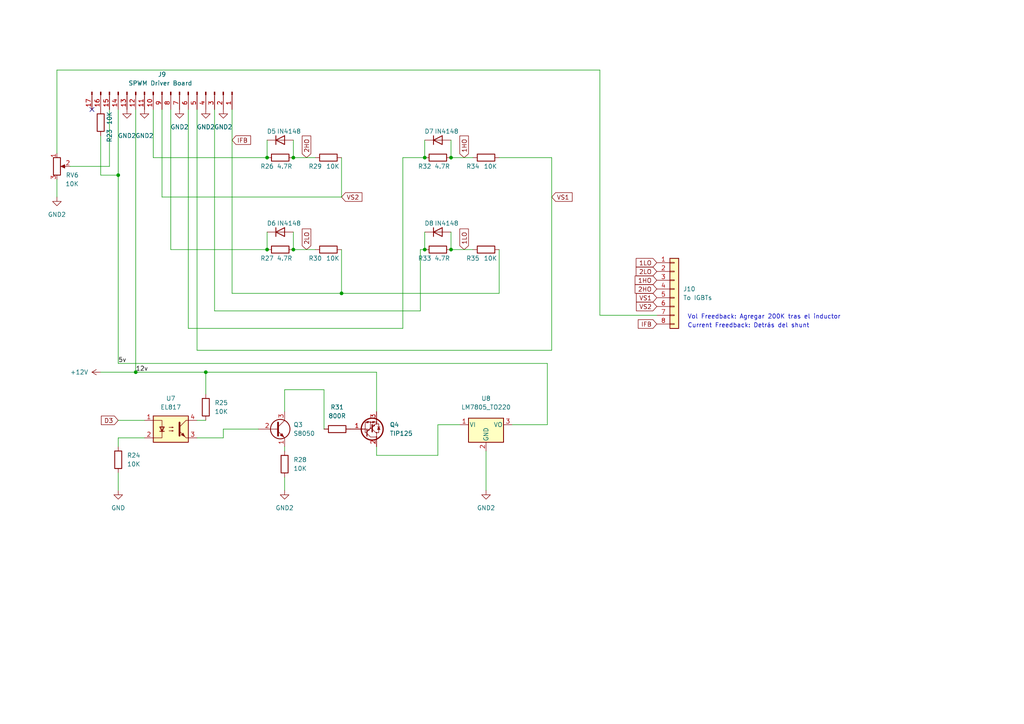
<source format=kicad_sch>
(kicad_sch (version 20211123) (generator eeschema)
  (paper "A4")
  (lib_symbols
    (symbol "Connector:Conn_01x17_Male" (pin_names (offset 1.016) hide)
      (property "Reference" "J" (at 0 22.86 0))
      (property "Value" "Conn_01x17_Male" (at 0 -22.86 0))
      (symbol "Conn_01x17_Male_1_1"
        (polyline (pts (xy 1.27 -20.32) (xy 0.8636 -20.32)) (stroke (width 0.1524)))
        (polyline (pts (xy 1.27 -17.78) (xy 0.8636 -17.78)) (stroke (width 0.1524)))
        (polyline (pts (xy 1.27 -15.24) (xy 0.8636 -15.24)) (stroke (width 0.1524)))
        (polyline (pts (xy 1.27 -12.7) (xy 0.8636 -12.7)) (stroke (width 0.1524)))
        (polyline (pts (xy 1.27 -10.16) (xy 0.8636 -10.16)) (stroke (width 0.1524)))
        (polyline (pts (xy 1.27 -7.62) (xy 0.8636 -7.62)) (stroke (width 0.1524)))
        (polyline (pts (xy 1.27 -5.08) (xy 0.8636 -5.08)) (stroke (width 0.1524)))
        (polyline (pts (xy 1.27 -2.54) (xy 0.8636 -2.54)) (stroke (width 0.1524)))
        (polyline (pts (xy 1.27 0) (xy 0.8636 0)) (stroke (width 0.1524)))
        (polyline (pts (xy 1.27 2.54) (xy 0.8636 2.54)) (stroke (width 0.1524)))
        (polyline (pts (xy 1.27 5.08) (xy 0.8636 5.08)) (stroke (width 0.1524)))
        (polyline (pts (xy 1.27 7.62) (xy 0.8636 7.62)) (stroke (width 0.1524)))
        (polyline (pts (xy 1.27 10.16) (xy 0.8636 10.16)) (stroke (width 0.1524)))
        (polyline (pts (xy 1.27 12.7) (xy 0.8636 12.7)) (stroke (width 0.1524)))
        (polyline (pts (xy 1.27 15.24) (xy 0.8636 15.24)) (stroke (width 0.1524)))
        (polyline (pts (xy 1.27 17.78) (xy 0.8636 17.78)) (stroke (width 0.1524)))
        (polyline (pts (xy 1.27 20.32) (xy 0.8636 20.32)) (stroke (width 0.1524)))
        (rectangle (start 0.8636 -20.193) (end 0 -20.447) (stroke (width 0.1524)) (fill (type outline)))
        (rectangle (start 0.8636 -17.653) (end 0 -17.907) (stroke (width 0.1524)) (fill (type outline)))
        (rectangle (start 0.8636 -15.113) (end 0 -15.367) (stroke (width 0.1524)) (fill (type outline)))
        (rectangle (start 0.8636 -12.573) (end 0 -12.827) (stroke (width 0.1524)) (fill (type outline)))
        (rectangle (start 0.8636 -10.033) (end 0 -10.287) (stroke (width 0.1524)) (fill (type outline)))
        (rectangle (start 0.8636 -7.493) (end 0 -7.747) (stroke (width 0.1524)) (fill (type outline)))
        (rectangle (start 0.8636 -4.953) (end 0 -5.207) (stroke (width 0.1524)) (fill (type outline)))
        (rectangle (start 0.8636 -2.413) (end 0 -2.667) (stroke (width 0.1524)) (fill (type outline)))
        (rectangle (start 0.8636 0.127) (end 0 -0.127) (stroke (width 0.1524)) (fill (type outline)))
        (rectangle (start 0.8636 2.667) (end 0 2.413) (stroke (width 0.1524)) (fill (type outline)))
        (rectangle (start 0.8636 5.207) (end 0 4.953) (stroke (width 0.1524)) (fill (type outline)))
        (rectangle (start 0.8636 7.747) (end 0 7.493) (stroke (width 0.1524)) (fill (type outline)))
        (rectangle (start 0.8636 10.287) (end 0 10.033) (stroke (width 0.1524)) (fill (type outline)))
        (rectangle (start 0.8636 12.827) (end 0 12.573) (stroke (width 0.1524)) (fill (type outline)))
        (rectangle (start 0.8636 15.367) (end 0 15.113) (stroke (width 0.1524)) (fill (type outline)))
        (rectangle (start 0.8636 17.907) (end 0 17.653) (stroke (width 0.1524)) (fill (type outline)))
        (rectangle (start 0.8636 20.447) (end 0 20.193) (stroke (width 0.1524)) (fill (type outline)))
        (pin passive line (at 5.08 20.32 180) (length 3.81) (name "Pin_1") (number "1"))
        (pin passive line (at 5.08 -2.54 180) (length 3.81) (name "Pin_10") (number "10"))
        (pin passive line (at 5.08 -5.08 180) (length 3.81) (name "Pin_11") (number "11"))
        (pin passive line (at 5.08 -7.62 180) (length 3.81) (name "Pin_12") (number "12"))
        (pin passive line (at 5.08 -10.16 180) (length 3.81) (name "Pin_13") (number "13"))
        (pin passive line (at 5.08 -12.7 180) (length 3.81) (name "Pin_14") (number "14"))
        (pin passive line (at 5.08 -15.24 180) (length 3.81) (name "Pin_15") (number "15"))
        (pin passive line (at 5.08 -17.78 180) (length 3.81) (name "Pin_16") (number "16"))
        (pin passive line (at 5.08 -20.32 180) (length 3.81) (name "Pin_17") (number "17"))
        (pin passive line (at 5.08 17.78 180) (length 3.81) (name "Pin_2") (number "2"))
        (pin passive line (at 5.08 15.24 180) (length 3.81) (name "Pin_3") (number "3"))
        (pin passive line (at 5.08 12.7 180) (length 3.81) (name "Pin_4") (number "4"))
        (pin passive line (at 5.08 10.16 180) (length 3.81) (name "Pin_5") (number "5"))
        (pin passive line (at 5.08 7.62 180) (length 3.81) (name "Pin_6") (number "6"))
        (pin passive line (at 5.08 5.08 180) (length 3.81) (name "Pin_7") (number "7"))
        (pin passive line (at 5.08 2.54 180) (length 3.81) (name "Pin_8") (number "8"))
        (pin passive line (at 5.08 0 180) (length 3.81) (name "Pin_9") (number "9"))
      )
    )
    (symbol "Connector_Generic:Conn_01x08" (pin_names (offset 1.016) hide)
      (property "Reference" "J" (at 0 10.16 0))
      (property "Value" "Conn_01x08" (at 0 -12.7 0))
      (symbol "Conn_01x08_1_1"
        (rectangle (start -1.27 -10.033) (end 0 -10.287) (stroke (width 0.1524)))
        (rectangle (start -1.27 -7.493) (end 0 -7.747) (stroke (width 0.1524)))
        (rectangle (start -1.27 -4.953) (end 0 -5.207) (stroke (width 0.1524)))
        (rectangle (start -1.27 -2.413) (end 0 -2.667) (stroke (width 0.1524)))
        (rectangle (start -1.27 0.127) (end 0 -0.127) (stroke (width 0.1524)))
        (rectangle (start -1.27 2.667) (end 0 2.413) (stroke (width 0.1524)))
        (rectangle (start -1.27 5.207) (end 0 4.953) (stroke (width 0.1524)))
        (rectangle (start -1.27 7.747) (end 0 7.493) (stroke (width 0.1524)))
        (rectangle (start -1.27 8.89) (end 1.27 -11.43) (stroke (width 0.254)) (fill (type background)))
        (pin passive line (at -5.08 7.62 0) (length 3.81) (name "Pin_1") (number "1"))
        (pin passive line (at -5.08 5.08 0) (length 3.81) (name "Pin_2") (number "2"))
        (pin passive line (at -5.08 2.54 0) (length 3.81) (name "Pin_3") (number "3"))
        (pin passive line (at -5.08 0 0) (length 3.81) (name "Pin_4") (number "4"))
        (pin passive line (at -5.08 -2.54 0) (length 3.81) (name "Pin_5") (number "5"))
        (pin passive line (at -5.08 -5.08 0) (length 3.81) (name "Pin_6") (number "6"))
        (pin passive line (at -5.08 -7.62 0) (length 3.81) (name "Pin_7") (number "7"))
        (pin passive line (at -5.08 -10.16 0) (length 3.81) (name "Pin_8") (number "8"))
      )
    )
    (symbol "Device:D" (pin_numbers hide) (pin_names (offset 1.016) hide)
      (property "Reference" "D" (at 0 2.54 0))
      (property "Value" "D" (at 0 -2.54 0))
      (symbol "D_0_1"
        (polyline (pts (xy -1.27 1.27) (xy -1.27 -1.27)) (stroke (width 0.254)))
        (polyline (pts (xy 1.27 0) (xy -1.27 0)))
        (polyline (pts (xy 1.27 1.27) (xy 1.27 -1.27) (xy -1.27 0) (xy 1.27 1.27)) (stroke (width 0.254)))
      )
      (symbol "D_1_1"
        (pin passive line (at -3.81 0 0) (length 2.54) (name "K") (number "1"))
        (pin passive line (at 3.81 0 180) (length 2.54) (name "A") (number "2"))
      )
    )
    (symbol "Device:R" (pin_numbers hide) (pin_names (offset 0))
      (property "Reference" "R" (at 2.032 0 90))
      (property "Value" "R" (at 0 0 90))
      (symbol "R_0_1"
        (rectangle (start -1.016 -2.54) (end 1.016 2.54) (stroke (width 0.254)))
      )
      (symbol "R_1_1"
        (pin passive line (at 0 3.81 270) (length 1.27) (name "~") (number "1"))
        (pin passive line (at 0 -3.81 90) (length 1.27) (name "~") (number "2"))
      )
    )
    (symbol "Device:R_Potentiometer" (pin_names (offset 1.016) hide)
      (property "Reference" "RV" (at -4.445 0 90))
      (property "Value" "R_Potentiometer" (at -2.54 0 90))
      (symbol "R_Potentiometer_0_1"
        (polyline (pts (xy 2.54 0) (xy 1.524 0)))
        (polyline (pts (xy 1.143 0) (xy 2.286 0.508) (xy 2.286 -0.508) (xy 1.143 0)) (fill (type outline)))
        (rectangle (start 1.016 2.54) (end -1.016 -2.54) (stroke (width 0.254)))
      )
      (symbol "R_Potentiometer_1_1"
        (pin passive line (at 0 3.81 270) (length 1.27) (name "1") (number "1"))
        (pin passive line (at 3.81 0 180) (length 1.27) (name "2") (number "2"))
        (pin passive line (at 0 -3.81 90) (length 1.27) (name "3") (number "3"))
      )
    )
    (symbol "Isolator:EL817" (pin_names (offset 1.016))
      (property "Reference" "U" (at -5.08 5.08 0))
      (property "Value" "EL817" (at 0 5.08 0))
      (symbol "EL817_0_1"
        (rectangle (start -5.08 3.81) (end 5.08 -3.81) (stroke (width 0.254)) (fill (type background)))
        (polyline (pts (xy -3.175 -0.635) (xy -1.905 -0.635)) (stroke (width 0.254)))
        (polyline (pts (xy 2.54 0.635) (xy 4.445 2.54)))
        (polyline (pts (xy 4.445 -2.54) (xy 2.54 -0.635)) (fill (type outline)))
        (polyline (pts (xy 4.445 -2.54) (xy 5.08 -2.54)))
        (polyline (pts (xy 4.445 2.54) (xy 5.08 2.54)))
        (polyline (pts (xy -5.08 2.54) (xy -2.54 2.54) (xy -2.54 -0.635)))
        (polyline (pts (xy -2.54 -0.635) (xy -2.54 -2.54) (xy -5.08 -2.54)))
        (polyline (pts (xy 2.54 1.905) (xy 2.54 -1.905) (xy 2.54 -1.905)) (stroke (width 0.508)))
        (polyline (pts (xy -2.54 -0.635) (xy -3.175 0.635) (xy -1.905 0.635) (xy -2.54 -0.635)) (stroke (width 0.254)))
        (polyline (pts (xy -0.508 -0.508) (xy 0.762 -0.508) (xy 0.381 -0.635) (xy 0.381 -0.381) (xy 0.762 -0.508)))
        (polyline (pts (xy -0.508 0.508) (xy 0.762 0.508) (xy 0.381 0.381) (xy 0.381 0.635) (xy 0.762 0.508)))
        (polyline (pts (xy 3.048 -1.651) (xy 3.556 -1.143) (xy 4.064 -2.159) (xy 3.048 -1.651) (xy 3.048 -1.651)) (fill (type outline)))
      )
      (symbol "EL817_1_1"
        (pin passive line (at -7.62 2.54 0) (length 2.54) (name "~") (number "1"))
        (pin passive line (at -7.62 -2.54 0) (length 2.54) (name "~") (number "2"))
        (pin passive line (at 7.62 -2.54 180) (length 2.54) (name "~") (number "3"))
        (pin passive line (at 7.62 2.54 180) (length 2.54) (name "~") (number "4"))
      )
    )
    (symbol "Regulator_Linear:LM7805_TO220" (pin_names (offset 0.254))
      (property "Reference" "U" (at -3.81 3.175 0))
      (property "Value" "LM7805_TO220" (at 0 3.175 0))
      (symbol "LM7805_TO220_0_1"
        (rectangle (start -5.08 1.905) (end 5.08 -5.08) (stroke (width 0.254)) (fill (type background)))
      )
      (symbol "LM7805_TO220_1_1"
        (pin power_in line (at -7.62 0 0) (length 2.54) (name "VI") (number "1"))
        (pin power_in line (at 0 -7.62 90) (length 2.54) (name "GND") (number "2"))
        (pin power_out line (at 7.62 0 180) (length 2.54) (name "VO") (number "3"))
      )
    )
    (symbol "Transistor_BJT:S8050" (pin_names (offset 0) hide)
      (property "Reference" "Q" (at 5.08 1.905 0))
      (property "Value" "S8050" (at 5.08 0 0))
      (symbol "S8050_0_1"
        (polyline (pts (xy 0 0) (xy 0.635 0)))
        (polyline (pts (xy 0.635 0.635) (xy 2.54 2.54)))
        (polyline (pts (xy 0.635 -0.635) (xy 2.54 -2.54) (xy 2.54 -2.54)))
        (polyline (pts (xy 0.635 1.905) (xy 0.635 -1.905) (xy 0.635 -1.905)) (stroke (width 0.508)))
        (polyline (pts (xy 1.27 -1.778) (xy 1.778 -1.27) (xy 2.286 -2.286) (xy 1.27 -1.778) (xy 1.27 -1.778)) (fill (type outline)))
        (circle (center 1.27 0) (radius 2.8194) (stroke (width 0.254)))
      )
      (symbol "S8050_1_1"
        (pin passive line (at 2.54 -5.08 90) (length 2.54) (name "E") (number "1"))
        (pin input line (at -5.08 0 0) (length 5.08) (name "B") (number "2"))
        (pin passive line (at 2.54 5.08 270) (length 2.54) (name "C") (number "3"))
      )
    )
    (symbol "Transistor_BJT:TIP125" (pin_names (offset 0) hide)
      (property "Reference" "Q" (at 5.08 1.905 0))
      (property "Value" "TIP125" (at 5.08 0 0))
      (symbol "TIP125_0_1"
        (circle (center -0.762 0) (radius 0.127))
        (polyline (pts (xy -1.27 0) (xy -0.889 0)))
        (polyline (pts (xy 2.54 -2.032) (xy 2.54 -2.54)))
        (polyline (pts (xy 2.54 -1.524) (xy 3.175 -1.524)))
        (polyline (pts (xy 2.794 -0.635) (xy 3.556 -0.635)))
        (polyline (pts (xy 3.175 -1.524) (xy 3.175 -0.635)))
        (polyline (pts (xy 3.175 0.127) (xy 3.175 1.016)))
        (polyline (pts (xy 3.175 1.016) (xy 2.54 1.016)))
        (polyline (pts (xy -0.254 0.762) (xy 0.762 -0.254) (xy 1.27 -0.254)))
        (polyline (pts (xy -0.254 1.016) (xy -0.762 1.016) (xy -0.762 -2.032)))
        (polyline (pts (xy -0.254 1.27) (xy 0.762 2.286) (xy 2.54 2.286)))
        (polyline (pts (xy -0.254 2.032) (xy -0.254 0) (xy -0.254 0)) (stroke (width 0.3048)))
        (polyline (pts (xy 1.27 0.762) (xy 1.27 -1.27) (xy 1.27 -1.27)) (stroke (width 0.381)))
        (polyline (pts (xy 0 0.508) (xy 0.254 0) (xy 0.508 0.254) (xy 0 0.508)))
        (polyline (pts (xy 1.27 -0.508) (xy 2.286 -1.524) (xy 2.54 -1.524) (xy 2.54 -2.032)))
        (polyline (pts (xy 1.27 0) (xy 2.286 1.016) (xy 2.54 1.016) (xy 2.54 2.286)))
        (polyline (pts (xy 1.524 -0.762) (xy 1.778 -1.27) (xy 2.032 -1.016) (xy 1.524 -0.762)))
        (polyline (pts (xy 3.175 -0.635) (xy 2.794 0.127) (xy 3.556 0.127) (xy 3.175 -0.635)) (fill (type outline)))
        (polyline (pts (xy 0.762 -2.032) (xy 0.381 -2.032) (xy 0.254 -2.286) (xy 0.127 -1.778) (xy 0 -2.286) (xy -0.127 -1.778) (xy -0.254 -2.286) (xy -0.381 -1.778) (xy -0.508 -2.032) (xy -0.762 -2.032)))
        (polyline (pts (xy 0.762 -0.254) (xy 0.762 -2.032) (xy 1.143 -2.032) (xy 1.27 -1.778) (xy 1.397 -2.286) (xy 1.524 -1.778) (xy 1.651 -2.286) (xy 1.778 -1.778) (xy 1.905 -2.286) (xy 2.032 -2.032) (xy 2.54 -2.032)))
        (circle (center 0.762 -2.032) (radius 0.127))
        (circle (center 0.762 -0.254) (radius 0.127))
        (circle (center 1.27 0) (radius 3.175) (stroke (width 0.3556)))
        (circle (center 2.54 -2.032) (radius 0.127))
        (circle (center 2.54 -1.524) (radius 0.127))
        (circle (center 2.54 1.016) (radius 0.127))
        (circle (center 2.54 2.286) (radius 0.127))
      )
      (symbol "TIP125_1_1"
        (pin input line (at -5.08 0 0) (length 3.81) (name "B") (number "1"))
        (pin passive line (at 2.54 5.08 270) (length 2.667) (name "C") (number "2"))
        (pin passive line (at 2.54 -5.08 90) (length 2.54) (name "E") (number "3"))
      )
    )
    (symbol "power:+12V" (power) (pin_names (offset 0))
      (property "Value" "+12V" (at 0 3.556 0))
      (symbol "+12V_0_1"
        (polyline (pts (xy -0.762 1.27) (xy 0 2.54)))
        (polyline (pts (xy 0 0) (xy 0 2.54)))
        (polyline (pts (xy 0 2.54) (xy 0.762 1.27)))
      )
      (symbol "+12V_1_1"
        (pin power_in line (at 0 0 90) (length 0) hide (name "+12V") (number "1"))
      )
    )
    (symbol "power:GND" (power) (pin_names (offset 0))
      (property "Value" "GND" (at 0 -3.81 0))
      (symbol "GND_0_1"
        (polyline (pts (xy 0 0) (xy 0 -1.27) (xy 1.27 -1.27) (xy 0 -2.54) (xy -1.27 -1.27) (xy 0 -1.27)))
      )
      (symbol "GND_1_1"
        (pin power_in line (at 0 0 270) (length 0) hide (name "GND") (number "1"))
      )
    )
    (symbol "power:GND2" (power) (pin_names (offset 0))
      (property "Value" "GND2" (at 0 -3.81 0))
      (symbol "GND2_0_1"
        (polyline (pts (xy 0 0) (xy 0 -1.27) (xy 1.27 -1.27) (xy 0 -2.54) (xy -1.27 -1.27) (xy 0 -1.27)))
      )
      (symbol "GND2_1_1"
        (pin power_in line (at 0 0 270) (length 0) hide (name "GND2") (number "1"))
      )
    )
  )
  (junction (at 39.37 107.95))
  (junction (at 99.06 85.09))
  (junction (at 130.81 45.72))
  (junction (at 85.09 45.72))
  (junction (at 77.47 72.39))
  (junction (at 34.29 50.8))
  (junction (at 123.19 72.39))
  (junction (at 85.09 72.39))
  (junction (at 77.47 45.72))
  (junction (at 123.19 45.72))
  (junction (at 130.81 72.39))
  (junction (at 59.69 107.95))
  (no_connect (at 26.67 31.75))
  (wire (pts (xy 59.69 121.92) (xy 57.15 121.92)))
  (wire (pts (xy 31.75 31.75) (xy 31.75 48.26)))
  (wire (pts (xy 123.19 40.64) (xy 123.19 45.72)))
  (wire (pts (xy 121.92 90.17) (xy 121.92 72.39)))
  (wire (pts (xy 44.45 31.75) (xy 44.45 45.72)))
  (wire (pts (xy 160.02 45.72) (xy 144.78 45.72)))
  (wire (pts (xy 34.29 127) (xy 34.29 129.54)))
  (wire (pts (xy 64.77 124.46) (xy 74.93 124.46)))
  (wire (pts (xy 99.06 72.39) (xy 99.06 85.09)))
  (wire (pts (xy 82.55 138.43) (xy 82.55 142.24)))
  (wire (pts (xy 46.99 57.15) (xy 99.06 57.15)))
  (wire (pts (xy 57.15 127) (xy 64.77 127)))
  (wire (pts (xy 130.81 72.39) (xy 137.16 72.39)))
  (wire (pts (xy 130.81 45.72) (xy 137.16 45.72)))
  (wire (pts (xy 109.22 132.08) (xy 127 132.08)))
  (wire (pts (xy 190.5 91.44) (xy 173.99 91.44)))
  (wire (pts (xy 54.61 31.75) (xy 54.61 95.25)))
  (wire (pts (xy 57.15 31.75) (xy 57.15 101.6)))
  (wire (pts (xy 67.31 85.09) (xy 99.06 85.09)))
  (wire (pts (xy 16.51 57.15) (xy 16.51 52.07)))
  (wire (pts (xy 85.09 67.31) (xy 85.09 72.39)))
  (wire (pts (xy 44.45 45.72) (xy 77.47 45.72)))
  (wire (pts (xy 34.29 50.8) (xy 34.29 105.41)))
  (wire (pts (xy 67.31 31.75) (xy 67.31 85.09)))
  (wire (pts (xy 133.35 123.19) (xy 127 123.19)))
  (wire (pts (xy 158.75 105.41) (xy 158.75 123.19)))
  (wire (pts (xy 99.06 85.09) (xy 144.78 85.09)))
  (wire (pts (xy 140.97 142.24) (xy 140.97 130.81)))
  (wire (pts (xy 127 132.08) (xy 127 123.19)))
  (wire (pts (xy 93.98 113.03) (xy 82.55 113.03)))
  (wire (pts (xy 62.23 31.75) (xy 62.23 90.17)))
  (wire (pts (xy 29.21 107.95) (xy 39.37 107.95)))
  (wire (pts (xy 85.09 45.72) (xy 91.44 45.72)))
  (wire (pts (xy 121.92 72.39) (xy 123.19 72.39)))
  (wire (pts (xy 130.81 67.31) (xy 130.81 72.39)))
  (wire (pts (xy 34.29 31.75) (xy 34.29 50.8)))
  (wire (pts (xy 59.69 114.3) (xy 59.69 107.95)))
  (wire (pts (xy 41.91 127) (xy 34.29 127)))
  (wire (pts (xy 82.55 113.03) (xy 82.55 119.38)))
  (wire (pts (xy 160.02 45.72) (xy 160.02 101.6)))
  (wire (pts (xy 57.15 101.6) (xy 160.02 101.6)))
  (wire (pts (xy 144.78 85.09) (xy 144.78 72.39)))
  (wire (pts (xy 34.29 105.41) (xy 158.75 105.41)))
  (wire (pts (xy 54.61 95.25) (xy 116.84 95.25)))
  (wire (pts (xy 29.21 50.8) (xy 34.29 50.8)))
  (wire (pts (xy 77.47 67.31) (xy 77.47 72.39)))
  (wire (pts (xy 109.22 107.95) (xy 109.22 119.38)))
  (wire (pts (xy 16.51 20.32) (xy 16.51 44.45)))
  (wire (pts (xy 99.06 45.72) (xy 99.06 57.15)))
  (wire (pts (xy 49.53 72.39) (xy 77.47 72.39)))
  (wire (pts (xy 173.99 20.32) (xy 16.51 20.32)))
  (wire (pts (xy 49.53 31.75) (xy 49.53 72.39)))
  (wire (pts (xy 34.29 121.92) (xy 41.91 121.92)))
  (wire (pts (xy 93.98 124.46) (xy 93.98 113.03)))
  (wire (pts (xy 116.84 45.72) (xy 123.19 45.72)))
  (wire (pts (xy 85.09 72.39) (xy 91.44 72.39)))
  (wire (pts (xy 59.69 107.95) (xy 39.37 107.95)))
  (wire (pts (xy 85.09 40.64) (xy 85.09 45.72)))
  (wire (pts (xy 62.23 90.17) (xy 121.92 90.17)))
  (wire (pts (xy 109.22 107.95) (xy 59.69 107.95)))
  (wire (pts (xy 39.37 31.75) (xy 39.37 107.95)))
  (wire (pts (xy 123.19 67.31) (xy 123.19 72.39)))
  (wire (pts (xy 148.59 123.19) (xy 158.75 123.19)))
  (wire (pts (xy 77.47 40.64) (xy 77.47 45.72)))
  (wire (pts (xy 82.55 129.54) (xy 82.55 130.81)))
  (wire (pts (xy 46.99 31.75) (xy 46.99 57.15)))
  (wire (pts (xy 34.29 137.16) (xy 34.29 142.24)))
  (wire (pts (xy 20.32 48.26) (xy 31.75 48.26)))
  (wire (pts (xy 29.21 39.37) (xy 29.21 50.8)))
  (wire (pts (xy 130.81 40.64) (xy 130.81 45.72)))
  (wire (pts (xy 173.99 91.44) (xy 173.99 20.32)))
  (wire (pts (xy 64.77 127) (xy 64.77 124.46)))
  (wire (pts (xy 116.84 95.25) (xy 116.84 45.72)))
  (wire (pts (xy 109.22 129.54) (xy 109.22 132.08)))
  (text "Current Freedback: Detrás del shunt" (at 199.39 95.25 0) (effects (font (size 1.27 1.27)) (justify left bottom)))
  (text "Vol Freedback: Agregar 200K tras el inductor" (at 199.39 92.71 0) (effects (font (size 1.27 1.27)) (justify left bottom)))
  (label "12v" (at 39.37 107.95 0))
  (label "5v" (at 34.29 105.41 0))
  (global_label "VS1" (shape input) (at 190.5 86.36 180) (property "Referencias entre hojas" "${INTERSHEET_REFS}" (effects hide)))
  (global_label "VS1" (shape input) (at 160.02 57.15 0) (property "Referencias entre hojas" "${INTERSHEET_REFS}" (effects hide)))
  (global_label "2HO" (shape input) (at 190.5 83.82 180) (property "Referencias entre hojas" "${INTERSHEET_REFS}" (effects hide)))
  (global_label "IFB" (shape input) (at 67.31 40.64 0) (property "Referencias entre hojas" "${INTERSHEET_REFS}" (effects hide)))
  (global_label "D3" (shape input) (at 34.29 121.92 180) (property "Referencias entre hojas" "${INTERSHEET_REFS}" (effects hide)))
  (global_label "VS2" (shape input) (at 190.5 88.9 180) (property "Referencias entre hojas" "${INTERSHEET_REFS}" (effects hide)))
  (global_label "1HO" (shape input) (at 134.62 45.72 90) (property "Referencias entre hojas" "${INTERSHEET_REFS}" (effects hide)))
  (global_label "IFB" (shape input) (at 190.5 93.98 180) (property "Referencias entre hojas" "${INTERSHEET_REFS}" (effects hide)))
  (global_label "1LO" (shape input) (at 134.62 72.39 90) (property "Referencias entre hojas" "${INTERSHEET_REFS}" (effects hide)))
  (global_label "1LO" (shape input) (at 190.5 76.2 180) (property "Referencias entre hojas" "${INTERSHEET_REFS}" (effects hide)))
  (global_label "2HO" (shape input) (at 88.9 45.72 90) (property "Referencias entre hojas" "${INTERSHEET_REFS}" (effects hide)))
  (global_label "2LO" (shape input) (at 190.5 78.74 180) (property "Referencias entre hojas" "${INTERSHEET_REFS}" (effects hide)))
  (global_label "VS2" (shape input) (at 99.06 57.15 0) (property "Referencias entre hojas" "${INTERSHEET_REFS}" (effects hide)))
  (global_label "2LO" (shape input) (at 88.9 72.39 90) (property "Referencias entre hojas" "${INTERSHEET_REFS}" (effects hide)))
  (global_label "1HO" (shape input) (at 190.5 81.28 180) (property "Referencias entre hojas" "${INTERSHEET_REFS}" (effects hide)))
  (symbol (lib_id "power:GND2") (at 36.83 31.75 0) (unit 1)
    (property "Reference" "#PWR030" (effects hide))
    (property "Value" "GND2" (at 36.83 39.37 0))
  )
  (symbol (lib_id "Device:R") (at 97.79 124.46 270) (unit 1)
    (property "Reference" "R31" (at 97.79 118.11 90))
    (property "Value" "800R" (at 97.79 120.65 90))
    (property "Footprint" "Resistor_THT:R_Axial_DIN0207_L6.3mm_D2.5mm_P7.62mm_Horizontal" (effects hide))
  )
  (symbol (lib_id "Isolator:EL817") (at 49.53 124.46 0) (unit 1)
    (property "Reference" "U7" (at 49.53 115.57 0))
    (property "Value" "EL817" (at 49.53 118.11 0))
    (property "Footprint" "Package_DIP:DIP-4_W7.62mm" (effects hide))
    (property "Datasheet" "http://www.everlight.com/file/ProductFile/EL817.pdf" (effects hide))
  )
  (symbol (lib_id "Device:R") (at 29.21 35.56 180) (unit 1)
    (property "Reference" "R23" (at 31.75 39.37 90))
    (property "Value" "10K" (at 31.75 34.29 90))
    (property "Footprint" "Resistor_THT:R_Axial_DIN0207_L6.3mm_D2.5mm_P7.62mm_Horizontal" (effects hide))
  )
  (symbol (lib_id "Device:D") (at 127 40.64 0) (unit 1)
    (property "Reference" "D7" (at 124.46 38.1 0))
    (property "Value" "IN4148" (at 129.54 38.1 0))
    (property "Footprint" "Diode_THT:D_A-405_P7.62mm_Horizontal" (effects hide))
  )
  (symbol (lib_id "Device:D") (at 127 67.31 0) (unit 1)
    (property "Reference" "D8" (at 124.46 64.77 0))
    (property "Value" "IN4148" (at 129.54 64.77 0))
    (property "Footprint" "Diode_THT:D_A-405_P7.62mm_Horizontal" (effects hide))
  )
  (symbol (lib_id "Device:R") (at 95.25 72.39 90) (unit 1)
    (property "Reference" "R30" (at 91.44 74.93 90))
    (property "Value" "10K" (at 96.52 74.93 90))
    (property "Footprint" "Resistor_THT:R_Axial_DIN0207_L6.3mm_D2.5mm_P7.62mm_Horizontal" (effects hide))
  )
  (symbol (lib_id "power:+12V") (at 29.21 107.95 90) (unit 1)
    (property "Reference" "#PWR028" (effects hide))
    (property "Value" "+12V" (at 20.32 107.95 90) (effects (justify right)))
  )
  (symbol (lib_id "Transistor_BJT:TIP125") (at 106.68 124.46 0) (mirror x) (unit 1)
    (property "Reference" "Q4" (at 113.03 123.1899 0) (effects (justify left)))
    (property "Value" "TIP125" (at 113.03 125.7299 0) (effects (justify left)))
    (property "Footprint" "Package_TO_SOT_THT:TO-220-3_Vertical" (effects hide))
    (property "Datasheet" "https://www.onsemi.com/pub/Collateral/TIP120-D.PDF" (effects hide))
  )
  (symbol (lib_id "Device:D") (at 81.28 40.64 0) (unit 1)
    (property "Reference" "D5" (at 78.74 38.1 0))
    (property "Value" "IN4148" (at 83.82 38.1 0))
    (property "Footprint" "Diode_THT:D_A-405_P7.62mm_Horizontal" (effects hide))
  )
  (symbol (lib_id "power:GND2") (at 52.07 31.75 0) (unit 1)
    (property "Reference" "#PWR032" (effects hide))
    (property "Value" "GND2" (at 52.07 36.83 0))
  )
  (symbol (lib_id "Device:R") (at 140.97 72.39 90) (unit 1)
    (property "Reference" "R35" (at 137.16 74.93 90))
    (property "Value" "10K" (at 142.24 74.93 90))
    (property "Footprint" "Resistor_THT:R_Axial_DIN0207_L6.3mm_D2.5mm_P7.62mm_Horizontal" (effects hide))
  )
  (symbol (lib_id "Regulator_Linear:LM7805_TO220") (at 140.97 123.19 0) (unit 1)
    (property "Reference" "U8" (at 140.97 115.57 0))
    (property "Value" "LM7805_TO220" (at 140.97 118.11 0))
    (property "Footprint" "Package_TO_SOT_THT:TO-220-3_Vertical" (effects hide))
    (property "Datasheet" "https://www.onsemi.cn/PowerSolutions/document/MC7800-D.PDF" (effects hide))
  )
  (symbol (lib_id "Device:R") (at 127 72.39 90) (unit 1)
    (property "Reference" "R33" (at 123.19 74.93 90))
    (property "Value" "4.7R" (at 128.27 74.93 90))
    (property "Footprint" "Resistor_THT:R_Axial_DIN0207_L6.3mm_D2.5mm_P7.62mm_Horizontal" (effects hide))
  )
  (symbol (lib_id "Device:R") (at 81.28 45.72 90) (unit 1)
    (property "Reference" "R26" (at 77.47 48.26 90))
    (property "Value" "4.7R" (at 82.55 48.26 90))
    (property "Footprint" "Resistor_THT:R_Axial_DIN0207_L6.3mm_D2.5mm_P7.62mm_Horizontal" (effects hide))
  )
  (symbol (lib_id "power:GND") (at 34.29 142.24 0) (unit 1)
    (property "Reference" "#PWR029" (effects hide))
    (property "Value" "GND" (at 34.29 147.32 0))
  )
  (symbol (lib_id "Device:R") (at 34.29 133.35 0) (unit 1)
    (property "Reference" "R24" (at 36.83 132.0799 0) (effects (justify left)))
    (property "Value" "10K" (at 36.83 134.6199 0) (effects (justify left)))
    (property "Footprint" "Resistor_THT:R_Axial_DIN0207_L6.3mm_D2.5mm_P7.62mm_Horizontal" (effects hide))
  )
  (symbol (lib_id "power:GND2") (at 16.51 57.15 0) (unit 1)
    (property "Reference" "#PWR027" (effects hide))
    (property "Value" "GND2" (at 16.51 62.23 0))
  )
  (symbol (lib_id "Device:R") (at 81.28 72.39 90) (unit 1)
    (property "Reference" "R27" (at 77.47 74.93 90))
    (property "Value" "4.7R" (at 82.55 74.93 90))
    (property "Footprint" "Resistor_THT:R_Axial_DIN0207_L6.3mm_D2.5mm_P7.62mm_Horizontal" (effects hide))
  )
  (symbol (lib_id "power:GND2") (at 140.97 142.24 0) (unit 1)
    (property "Reference" "#PWR036" (effects hide))
    (property "Value" "GND2" (at 140.97 147.32 0))
  )
  (symbol (lib_id "Device:R") (at 140.97 45.72 90) (unit 1)
    (property "Reference" "R34" (at 137.16 48.26 90))
    (property "Value" "10K" (at 142.24 48.26 90))
    (property "Footprint" "Resistor_THT:R_Axial_DIN0207_L6.3mm_D2.5mm_P7.62mm_Horizontal" (effects hide))
  )
  (symbol (lib_id "Connector:Conn_01x17_Male") (at 46.99 26.67 270) (unit 1)
    (property "Reference" "J9" (at 46.99 21.59 90))
    (property "Value" "SPWM Driver Board " (at 46.99 24.13 90))
    (property "Footprint" "Connector_PinSocket_2.54mm:PinSocket_1x17_P2.54mm_Vertical" (effects hide))
  )
  (symbol (lib_id "Transistor_BJT:S8050") (at 80.01 124.46 0) (unit 1)
    (property "Reference" "Q3" (at 85.09 123.1899 0) (effects (justify left)))
    (property "Value" "S8050" (at 85.09 125.7299 0) (effects (justify left)))
    (property "Footprint" "Package_TO_SOT_THT:TO-92_Inline" (effects hide))
    (property "Datasheet" "http://www.unisonic.com.tw/datasheet/S8050.pdf" (effects hide))
  )
  (symbol (lib_id "Device:R_Potentiometer") (at 16.51 48.26 0) (unit 1)
    (property "Reference" "RV6" (at 22.86 50.7999 0) (effects (justify right)))
    (property "Value" "10K" (at 22.86 53.34 0) (effects (justify right)))
    (property "Footprint" "Potentiometer_THT:Potentiometer_Bourns_3296W_Vertical" (effects hide))
  )
  (symbol (lib_id "power:GND2") (at 41.91 31.75 0) (unit 1)
    (property "Reference" "#PWR031" (effects hide))
    (property "Value" "GND2" (at 41.91 39.37 0))
  )
  (symbol (lib_id "power:GND2") (at 64.77 31.75 0) (unit 1)
    (property "Reference" "#PWR034" (effects hide))
    (property "Value" "GND2" (at 64.77 36.83 0))
  )
  (symbol (lib_id "Connector_Generic:Conn_01x08") (at 195.58 83.82 0) (unit 1)
    (property "Reference" "J10" (at 198.12 83.8199 0) (effects (justify left)))
    (property "Value" "To IGBTs" (at 198.12 86.3599 0) (effects (justify left)))
    (property "Footprint" "Connector_PinSocket_2.54mm:PinSocket_1x08_P2.54mm_Vertical" (effects hide))
  )
  (symbol (lib_id "Device:R") (at 59.69 118.11 0) (unit 1)
    (property "Reference" "R25" (at 62.23 116.8399 0) (effects (justify left)))
    (property "Value" "10K" (at 62.23 119.3799 0) (effects (justify left)))
    (property "Footprint" "Resistor_THT:R_Axial_DIN0207_L6.3mm_D2.5mm_P7.62mm_Horizontal" (effects hide))
  )
  (symbol (lib_id "Device:R") (at 95.25 45.72 90) (unit 1)
    (property "Reference" "R29" (at 91.44 48.26 90))
    (property "Value" "10K" (at 96.52 48.26 90))
    (property "Footprint" "Resistor_THT:R_Axial_DIN0207_L6.3mm_D2.5mm_P7.62mm_Horizontal" (effects hide))
  )
  (symbol (lib_id "power:GND2") (at 82.55 142.24 0) (unit 1)
    (property "Reference" "#PWR035" (effects hide))
    (property "Value" "GND2" (at 82.55 147.32 0))
  )
  (symbol (lib_id "Device:D") (at 81.28 67.31 0) (unit 1)
    (property "Reference" "D6" (at 78.74 64.77 0))
    (property "Value" "IN4148" (at 83.82 64.77 0))
    (property "Footprint" "Diode_THT:D_A-405_P7.62mm_Horizontal" (effects hide))
  )
  (symbol (lib_id "power:GND2") (at 59.69 31.75 0) (unit 1)
    (property "Reference" "#PWR033" (effects hide))
    (property "Value" "GND2" (at 59.69 36.83 0))
  )
  (symbol (lib_id "Device:R") (at 82.55 134.62 0) (unit 1)
    (property "Reference" "R28" (at 85.09 133.3499 0) (effects (justify left)))
    (property "Value" "10K" (at 85.09 135.8899 0) (effects (justify left)))
    (property "Footprint" "Resistor_THT:R_Axial_DIN0207_L6.3mm_D2.5mm_P7.62mm_Horizontal" (effects hide))
  )
  (symbol (lib_id "Device:R") (at 127 45.72 90) (unit 1)
    (property "Reference" "R32" (at 123.19 48.26 90))
    (property "Value" "4.7R" (at 128.27 48.26 90))
    (property "Footprint" "Resistor_THT:R_Axial_DIN0207_L6.3mm_D2.5mm_P7.62mm_Horizontal" (effects hide))
  )
)
</source>
